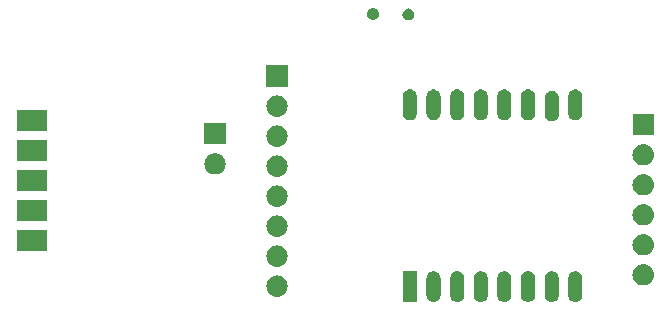
<source format=gbr>
G04 #@! TF.GenerationSoftware,KiCad,Pcbnew,5.0.1-33cea8e~66~ubuntu18.04.1*
G04 #@! TF.CreationDate,2019-09-26T22:02:42+09:00*
G04 #@! TF.ProjectId,minidenko,6D696E6964656E6B6F2E6B696361645F,rev?*
G04 #@! TF.SameCoordinates,Original*
G04 #@! TF.FileFunction,Soldermask,Bot*
G04 #@! TF.FilePolarity,Negative*
%FSLAX46Y46*%
G04 Gerber Fmt 4.6, Leading zero omitted, Abs format (unit mm)*
G04 Created by KiCad (PCBNEW 5.0.1-33cea8e~66~ubuntu18.04.1) date 2019年09月26日 22時02分42秒*
%MOMM*%
%LPD*%
G01*
G04 APERTURE LIST*
%ADD10C,0.100000*%
G04 APERTURE END LIST*
D10*
G36*
X97867817Y-48407696D02*
X97981104Y-48442062D01*
X98085512Y-48497869D01*
X98116591Y-48523375D01*
X98177027Y-48572973D01*
X98240711Y-48650572D01*
X98252131Y-48664488D01*
X98307938Y-48768895D01*
X98342304Y-48882182D01*
X98351000Y-48970481D01*
X98351000Y-50429519D01*
X98342304Y-50517818D01*
X98307938Y-50631105D01*
X98252131Y-50735513D01*
X98177027Y-50827027D01*
X98085513Y-50902131D01*
X97981105Y-50957938D01*
X97867818Y-50992304D01*
X97750000Y-51003907D01*
X97632183Y-50992304D01*
X97518896Y-50957938D01*
X97414488Y-50902131D01*
X97322974Y-50827027D01*
X97247870Y-50735513D01*
X97192063Y-50631105D01*
X97157697Y-50517818D01*
X97149001Y-50429519D01*
X97149000Y-48970482D01*
X97157696Y-48882183D01*
X97192062Y-48768896D01*
X97247869Y-48664488D01*
X97289120Y-48614224D01*
X97322973Y-48572973D01*
X97414487Y-48497870D01*
X97414486Y-48497870D01*
X97414488Y-48497869D01*
X97518895Y-48442062D01*
X97632182Y-48407696D01*
X97750000Y-48396093D01*
X97867817Y-48407696D01*
X97867817Y-48407696D01*
G37*
G36*
X85867817Y-48407696D02*
X85981104Y-48442062D01*
X86085512Y-48497869D01*
X86116591Y-48523375D01*
X86177027Y-48572973D01*
X86240711Y-48650572D01*
X86252131Y-48664488D01*
X86307938Y-48768895D01*
X86342304Y-48882182D01*
X86351000Y-48970481D01*
X86351000Y-50429519D01*
X86342304Y-50517818D01*
X86307938Y-50631105D01*
X86252131Y-50735513D01*
X86177027Y-50827027D01*
X86085513Y-50902131D01*
X85981105Y-50957938D01*
X85867818Y-50992304D01*
X85750000Y-51003907D01*
X85632183Y-50992304D01*
X85518896Y-50957938D01*
X85414488Y-50902131D01*
X85322974Y-50827027D01*
X85247870Y-50735513D01*
X85192063Y-50631105D01*
X85157697Y-50517818D01*
X85149001Y-50429519D01*
X85149000Y-48970482D01*
X85157696Y-48882183D01*
X85192062Y-48768896D01*
X85247869Y-48664488D01*
X85289120Y-48614224D01*
X85322973Y-48572973D01*
X85414487Y-48497870D01*
X85414486Y-48497870D01*
X85414488Y-48497869D01*
X85518895Y-48442062D01*
X85632182Y-48407696D01*
X85750000Y-48396093D01*
X85867817Y-48407696D01*
X85867817Y-48407696D01*
G37*
G36*
X87867817Y-48407696D02*
X87981104Y-48442062D01*
X88085512Y-48497869D01*
X88116591Y-48523375D01*
X88177027Y-48572973D01*
X88240711Y-48650572D01*
X88252131Y-48664488D01*
X88307938Y-48768895D01*
X88342304Y-48882182D01*
X88351000Y-48970481D01*
X88351000Y-50429519D01*
X88342304Y-50517818D01*
X88307938Y-50631105D01*
X88252131Y-50735513D01*
X88177027Y-50827027D01*
X88085513Y-50902131D01*
X87981105Y-50957938D01*
X87867818Y-50992304D01*
X87750000Y-51003907D01*
X87632183Y-50992304D01*
X87518896Y-50957938D01*
X87414488Y-50902131D01*
X87322974Y-50827027D01*
X87247870Y-50735513D01*
X87192063Y-50631105D01*
X87157697Y-50517818D01*
X87149001Y-50429519D01*
X87149000Y-48970482D01*
X87157696Y-48882183D01*
X87192062Y-48768896D01*
X87247869Y-48664488D01*
X87289120Y-48614224D01*
X87322973Y-48572973D01*
X87414487Y-48497870D01*
X87414486Y-48497870D01*
X87414488Y-48497869D01*
X87518895Y-48442062D01*
X87632182Y-48407696D01*
X87750000Y-48396093D01*
X87867817Y-48407696D01*
X87867817Y-48407696D01*
G37*
G36*
X89867817Y-48407696D02*
X89981104Y-48442062D01*
X90085512Y-48497869D01*
X90116591Y-48523375D01*
X90177027Y-48572973D01*
X90240711Y-48650572D01*
X90252131Y-48664488D01*
X90307938Y-48768895D01*
X90342304Y-48882182D01*
X90351000Y-48970481D01*
X90351000Y-50429519D01*
X90342304Y-50517818D01*
X90307938Y-50631105D01*
X90252131Y-50735513D01*
X90177027Y-50827027D01*
X90085513Y-50902131D01*
X89981105Y-50957938D01*
X89867818Y-50992304D01*
X89750000Y-51003907D01*
X89632183Y-50992304D01*
X89518896Y-50957938D01*
X89414488Y-50902131D01*
X89322974Y-50827027D01*
X89247870Y-50735513D01*
X89192063Y-50631105D01*
X89157697Y-50517818D01*
X89149001Y-50429519D01*
X89149000Y-48970482D01*
X89157696Y-48882183D01*
X89192062Y-48768896D01*
X89247869Y-48664488D01*
X89289120Y-48614224D01*
X89322973Y-48572973D01*
X89414487Y-48497870D01*
X89414486Y-48497870D01*
X89414488Y-48497869D01*
X89518895Y-48442062D01*
X89632182Y-48407696D01*
X89750000Y-48396093D01*
X89867817Y-48407696D01*
X89867817Y-48407696D01*
G37*
G36*
X91867817Y-48407696D02*
X91981104Y-48442062D01*
X92085512Y-48497869D01*
X92116591Y-48523375D01*
X92177027Y-48572973D01*
X92240711Y-48650572D01*
X92252131Y-48664488D01*
X92307938Y-48768895D01*
X92342304Y-48882182D01*
X92351000Y-48970481D01*
X92351000Y-50429519D01*
X92342304Y-50517818D01*
X92307938Y-50631105D01*
X92252131Y-50735513D01*
X92177027Y-50827027D01*
X92085513Y-50902131D01*
X91981105Y-50957938D01*
X91867818Y-50992304D01*
X91750000Y-51003907D01*
X91632183Y-50992304D01*
X91518896Y-50957938D01*
X91414488Y-50902131D01*
X91322974Y-50827027D01*
X91247870Y-50735513D01*
X91192063Y-50631105D01*
X91157697Y-50517818D01*
X91149001Y-50429519D01*
X91149000Y-48970482D01*
X91157696Y-48882183D01*
X91192062Y-48768896D01*
X91247869Y-48664488D01*
X91289120Y-48614224D01*
X91322973Y-48572973D01*
X91414487Y-48497870D01*
X91414486Y-48497870D01*
X91414488Y-48497869D01*
X91518895Y-48442062D01*
X91632182Y-48407696D01*
X91750000Y-48396093D01*
X91867817Y-48407696D01*
X91867817Y-48407696D01*
G37*
G36*
X93867817Y-48407696D02*
X93981104Y-48442062D01*
X94085512Y-48497869D01*
X94116591Y-48523375D01*
X94177027Y-48572973D01*
X94240711Y-48650572D01*
X94252131Y-48664488D01*
X94307938Y-48768895D01*
X94342304Y-48882182D01*
X94351000Y-48970481D01*
X94351000Y-50429519D01*
X94342304Y-50517818D01*
X94307938Y-50631105D01*
X94252131Y-50735513D01*
X94177027Y-50827027D01*
X94085513Y-50902131D01*
X93981105Y-50957938D01*
X93867818Y-50992304D01*
X93750000Y-51003907D01*
X93632183Y-50992304D01*
X93518896Y-50957938D01*
X93414488Y-50902131D01*
X93322974Y-50827027D01*
X93247870Y-50735513D01*
X93192063Y-50631105D01*
X93157697Y-50517818D01*
X93149001Y-50429519D01*
X93149000Y-48970482D01*
X93157696Y-48882183D01*
X93192062Y-48768896D01*
X93247869Y-48664488D01*
X93289120Y-48614224D01*
X93322973Y-48572973D01*
X93414487Y-48497870D01*
X93414486Y-48497870D01*
X93414488Y-48497869D01*
X93518895Y-48442062D01*
X93632182Y-48407696D01*
X93750000Y-48396093D01*
X93867817Y-48407696D01*
X93867817Y-48407696D01*
G37*
G36*
X95867817Y-48407696D02*
X95981104Y-48442062D01*
X96085512Y-48497869D01*
X96116591Y-48523375D01*
X96177027Y-48572973D01*
X96240711Y-48650572D01*
X96252131Y-48664488D01*
X96307938Y-48768895D01*
X96342304Y-48882182D01*
X96351000Y-48970481D01*
X96351000Y-50429519D01*
X96342304Y-50517818D01*
X96307938Y-50631105D01*
X96252131Y-50735513D01*
X96177027Y-50827027D01*
X96085513Y-50902131D01*
X95981105Y-50957938D01*
X95867818Y-50992304D01*
X95750000Y-51003907D01*
X95632183Y-50992304D01*
X95518896Y-50957938D01*
X95414488Y-50902131D01*
X95322974Y-50827027D01*
X95247870Y-50735513D01*
X95192063Y-50631105D01*
X95157697Y-50517818D01*
X95149001Y-50429519D01*
X95149000Y-48970482D01*
X95157696Y-48882183D01*
X95192062Y-48768896D01*
X95247869Y-48664488D01*
X95289120Y-48614224D01*
X95322973Y-48572973D01*
X95414487Y-48497870D01*
X95414486Y-48497870D01*
X95414488Y-48497869D01*
X95518895Y-48442062D01*
X95632182Y-48407696D01*
X95750000Y-48396093D01*
X95867817Y-48407696D01*
X95867817Y-48407696D01*
G37*
G36*
X84351000Y-51001000D02*
X83149000Y-51001000D01*
X83149000Y-48399000D01*
X84351000Y-48399000D01*
X84351000Y-51001000D01*
X84351000Y-51001000D01*
G37*
G36*
X72610442Y-48760518D02*
X72676627Y-48767037D01*
X72789853Y-48801384D01*
X72846467Y-48818557D01*
X72965499Y-48882182D01*
X73002991Y-48902222D01*
X73038729Y-48931552D01*
X73140186Y-49014814D01*
X73223448Y-49116271D01*
X73252778Y-49152009D01*
X73252779Y-49152011D01*
X73336443Y-49308533D01*
X73336443Y-49308534D01*
X73387963Y-49478373D01*
X73405359Y-49655000D01*
X73387963Y-49831627D01*
X73353616Y-49944853D01*
X73336443Y-50001467D01*
X73262348Y-50140087D01*
X73252778Y-50157991D01*
X73223448Y-50193729D01*
X73140186Y-50295186D01*
X73038729Y-50378448D01*
X73002991Y-50407778D01*
X73002989Y-50407779D01*
X72846467Y-50491443D01*
X72789853Y-50508616D01*
X72676627Y-50542963D01*
X72610442Y-50549482D01*
X72544260Y-50556000D01*
X72455740Y-50556000D01*
X72389558Y-50549482D01*
X72323373Y-50542963D01*
X72210147Y-50508616D01*
X72153533Y-50491443D01*
X71997011Y-50407779D01*
X71997009Y-50407778D01*
X71961271Y-50378448D01*
X71859814Y-50295186D01*
X71776552Y-50193729D01*
X71747222Y-50157991D01*
X71737652Y-50140087D01*
X71663557Y-50001467D01*
X71646384Y-49944853D01*
X71612037Y-49831627D01*
X71594641Y-49655000D01*
X71612037Y-49478373D01*
X71663557Y-49308534D01*
X71663557Y-49308533D01*
X71747221Y-49152011D01*
X71747222Y-49152009D01*
X71776552Y-49116271D01*
X71859814Y-49014814D01*
X71961271Y-48931552D01*
X71997009Y-48902222D01*
X72034501Y-48882182D01*
X72153533Y-48818557D01*
X72210147Y-48801384D01*
X72323373Y-48767037D01*
X72389558Y-48760518D01*
X72455740Y-48754000D01*
X72544260Y-48754000D01*
X72610442Y-48760518D01*
X72610442Y-48760518D01*
G37*
G36*
X103610443Y-47805519D02*
X103676627Y-47812037D01*
X103789853Y-47846384D01*
X103846467Y-47863557D01*
X103985087Y-47937652D01*
X104002991Y-47947222D01*
X104008134Y-47951443D01*
X104140186Y-48059814D01*
X104223448Y-48161271D01*
X104252778Y-48197009D01*
X104252779Y-48197011D01*
X104336443Y-48353533D01*
X104336443Y-48353534D01*
X104387963Y-48523373D01*
X104405359Y-48700000D01*
X104387963Y-48876627D01*
X104359491Y-48970486D01*
X104336443Y-49046467D01*
X104280029Y-49152009D01*
X104252778Y-49202991D01*
X104223448Y-49238729D01*
X104140186Y-49340186D01*
X104038729Y-49423448D01*
X104002991Y-49452778D01*
X104002989Y-49452779D01*
X103846467Y-49536443D01*
X103789853Y-49553616D01*
X103676627Y-49587963D01*
X103610443Y-49594481D01*
X103544260Y-49601000D01*
X103455740Y-49601000D01*
X103389557Y-49594481D01*
X103323373Y-49587963D01*
X103210147Y-49553616D01*
X103153533Y-49536443D01*
X102997011Y-49452779D01*
X102997009Y-49452778D01*
X102961271Y-49423448D01*
X102859814Y-49340186D01*
X102776552Y-49238729D01*
X102747222Y-49202991D01*
X102719971Y-49152009D01*
X102663557Y-49046467D01*
X102640509Y-48970486D01*
X102612037Y-48876627D01*
X102594641Y-48700000D01*
X102612037Y-48523373D01*
X102663557Y-48353534D01*
X102663557Y-48353533D01*
X102747221Y-48197011D01*
X102747222Y-48197009D01*
X102776552Y-48161271D01*
X102859814Y-48059814D01*
X102991866Y-47951443D01*
X102997009Y-47947222D01*
X103014913Y-47937652D01*
X103153533Y-47863557D01*
X103210147Y-47846384D01*
X103323373Y-47812037D01*
X103389558Y-47805518D01*
X103455740Y-47799000D01*
X103544260Y-47799000D01*
X103610443Y-47805519D01*
X103610443Y-47805519D01*
G37*
G36*
X72610443Y-46220519D02*
X72676627Y-46227037D01*
X72789853Y-46261384D01*
X72846467Y-46278557D01*
X72985087Y-46352652D01*
X73002991Y-46362222D01*
X73038729Y-46391552D01*
X73140186Y-46474814D01*
X73223448Y-46576271D01*
X73252778Y-46612009D01*
X73252779Y-46612011D01*
X73336443Y-46768533D01*
X73336443Y-46768534D01*
X73387963Y-46938373D01*
X73405359Y-47115000D01*
X73387963Y-47291627D01*
X73353616Y-47404853D01*
X73336443Y-47461467D01*
X73262348Y-47600087D01*
X73252778Y-47617991D01*
X73223448Y-47653729D01*
X73140186Y-47755186D01*
X73038729Y-47838448D01*
X73002991Y-47867778D01*
X73002989Y-47867779D01*
X72846467Y-47951443D01*
X72789853Y-47968616D01*
X72676627Y-48002963D01*
X72610442Y-48009482D01*
X72544260Y-48016000D01*
X72455740Y-48016000D01*
X72389558Y-48009482D01*
X72323373Y-48002963D01*
X72210147Y-47968616D01*
X72153533Y-47951443D01*
X71997011Y-47867779D01*
X71997009Y-47867778D01*
X71961271Y-47838448D01*
X71859814Y-47755186D01*
X71776552Y-47653729D01*
X71747222Y-47617991D01*
X71737652Y-47600087D01*
X71663557Y-47461467D01*
X71646384Y-47404853D01*
X71612037Y-47291627D01*
X71594641Y-47115000D01*
X71612037Y-46938373D01*
X71663557Y-46768534D01*
X71663557Y-46768533D01*
X71747221Y-46612011D01*
X71747222Y-46612009D01*
X71776552Y-46576271D01*
X71859814Y-46474814D01*
X71961271Y-46391552D01*
X71997009Y-46362222D01*
X72014913Y-46352652D01*
X72153533Y-46278557D01*
X72210147Y-46261384D01*
X72323373Y-46227037D01*
X72389558Y-46220518D01*
X72455740Y-46214000D01*
X72544260Y-46214000D01*
X72610443Y-46220519D01*
X72610443Y-46220519D01*
G37*
G36*
X103610443Y-45265519D02*
X103676627Y-45272037D01*
X103789853Y-45306384D01*
X103846467Y-45323557D01*
X103985087Y-45397652D01*
X104002991Y-45407222D01*
X104008134Y-45411443D01*
X104140186Y-45519814D01*
X104223448Y-45621271D01*
X104252778Y-45657009D01*
X104252779Y-45657011D01*
X104336443Y-45813533D01*
X104336443Y-45813534D01*
X104387963Y-45983373D01*
X104405359Y-46160000D01*
X104387963Y-46336627D01*
X104353616Y-46449853D01*
X104336443Y-46506467D01*
X104280029Y-46612009D01*
X104252778Y-46662991D01*
X104223448Y-46698729D01*
X104140186Y-46800186D01*
X104038729Y-46883448D01*
X104002991Y-46912778D01*
X104002989Y-46912779D01*
X103846467Y-46996443D01*
X103789853Y-47013616D01*
X103676627Y-47047963D01*
X103610442Y-47054482D01*
X103544260Y-47061000D01*
X103455740Y-47061000D01*
X103389557Y-47054481D01*
X103323373Y-47047963D01*
X103210147Y-47013616D01*
X103153533Y-46996443D01*
X102997011Y-46912779D01*
X102997009Y-46912778D01*
X102961271Y-46883448D01*
X102859814Y-46800186D01*
X102776552Y-46698729D01*
X102747222Y-46662991D01*
X102719971Y-46612009D01*
X102663557Y-46506467D01*
X102646384Y-46449853D01*
X102612037Y-46336627D01*
X102594641Y-46160000D01*
X102612037Y-45983373D01*
X102663557Y-45813534D01*
X102663557Y-45813533D01*
X102747221Y-45657011D01*
X102747222Y-45657009D01*
X102776552Y-45621271D01*
X102859814Y-45519814D01*
X102991866Y-45411443D01*
X102997009Y-45407222D01*
X103014913Y-45397652D01*
X103153533Y-45323557D01*
X103210147Y-45306384D01*
X103323373Y-45272037D01*
X103389557Y-45265519D01*
X103455740Y-45259000D01*
X103544260Y-45259000D01*
X103610443Y-45265519D01*
X103610443Y-45265519D01*
G37*
G36*
X53051000Y-46726000D02*
X50449000Y-46726000D01*
X50449000Y-44924000D01*
X53051000Y-44924000D01*
X53051000Y-46726000D01*
X53051000Y-46726000D01*
G37*
G36*
X72610442Y-43680518D02*
X72676627Y-43687037D01*
X72789853Y-43721384D01*
X72846467Y-43738557D01*
X72985087Y-43812652D01*
X73002991Y-43822222D01*
X73038729Y-43851552D01*
X73140186Y-43934814D01*
X73223448Y-44036271D01*
X73252778Y-44072009D01*
X73252779Y-44072011D01*
X73336443Y-44228533D01*
X73336443Y-44228534D01*
X73387963Y-44398373D01*
X73405359Y-44575000D01*
X73387963Y-44751627D01*
X73353616Y-44864853D01*
X73336443Y-44921467D01*
X73335089Y-44924000D01*
X73252778Y-45077991D01*
X73223448Y-45113729D01*
X73140186Y-45215186D01*
X73038729Y-45298448D01*
X73002991Y-45327778D01*
X73002989Y-45327779D01*
X72846467Y-45411443D01*
X72789853Y-45428616D01*
X72676627Y-45462963D01*
X72610442Y-45469482D01*
X72544260Y-45476000D01*
X72455740Y-45476000D01*
X72389558Y-45469482D01*
X72323373Y-45462963D01*
X72210147Y-45428616D01*
X72153533Y-45411443D01*
X71997011Y-45327779D01*
X71997009Y-45327778D01*
X71961271Y-45298448D01*
X71859814Y-45215186D01*
X71776552Y-45113729D01*
X71747222Y-45077991D01*
X71664911Y-44924000D01*
X71663557Y-44921467D01*
X71646384Y-44864853D01*
X71612037Y-44751627D01*
X71594641Y-44575000D01*
X71612037Y-44398373D01*
X71663557Y-44228534D01*
X71663557Y-44228533D01*
X71747221Y-44072011D01*
X71747222Y-44072009D01*
X71776552Y-44036271D01*
X71859814Y-43934814D01*
X71961271Y-43851552D01*
X71997009Y-43822222D01*
X72014913Y-43812652D01*
X72153533Y-43738557D01*
X72210147Y-43721384D01*
X72323373Y-43687037D01*
X72389558Y-43680518D01*
X72455740Y-43674000D01*
X72544260Y-43674000D01*
X72610442Y-43680518D01*
X72610442Y-43680518D01*
G37*
G36*
X103610443Y-42725519D02*
X103676627Y-42732037D01*
X103789853Y-42766384D01*
X103846467Y-42783557D01*
X103985087Y-42857652D01*
X104002991Y-42867222D01*
X104008134Y-42871443D01*
X104140186Y-42979814D01*
X104223448Y-43081271D01*
X104252778Y-43117009D01*
X104252779Y-43117011D01*
X104336443Y-43273533D01*
X104336443Y-43273534D01*
X104387963Y-43443373D01*
X104405359Y-43620000D01*
X104387963Y-43796627D01*
X104353616Y-43909853D01*
X104336443Y-43966467D01*
X104280029Y-44072009D01*
X104252778Y-44122991D01*
X104223448Y-44158729D01*
X104140186Y-44260186D01*
X104038729Y-44343448D01*
X104002991Y-44372778D01*
X104002989Y-44372779D01*
X103846467Y-44456443D01*
X103789853Y-44473616D01*
X103676627Y-44507963D01*
X103610443Y-44514481D01*
X103544260Y-44521000D01*
X103455740Y-44521000D01*
X103389557Y-44514481D01*
X103323373Y-44507963D01*
X103210147Y-44473616D01*
X103153533Y-44456443D01*
X102997011Y-44372779D01*
X102997009Y-44372778D01*
X102961271Y-44343448D01*
X102859814Y-44260186D01*
X102776552Y-44158729D01*
X102747222Y-44122991D01*
X102719971Y-44072009D01*
X102663557Y-43966467D01*
X102646384Y-43909853D01*
X102612037Y-43796627D01*
X102594641Y-43620000D01*
X102612037Y-43443373D01*
X102663557Y-43273534D01*
X102663557Y-43273533D01*
X102747221Y-43117011D01*
X102747222Y-43117009D01*
X102776552Y-43081271D01*
X102859814Y-42979814D01*
X102991866Y-42871443D01*
X102997009Y-42867222D01*
X103014913Y-42857652D01*
X103153533Y-42783557D01*
X103210147Y-42766384D01*
X103323373Y-42732037D01*
X103389557Y-42725519D01*
X103455740Y-42719000D01*
X103544260Y-42719000D01*
X103610443Y-42725519D01*
X103610443Y-42725519D01*
G37*
G36*
X53051000Y-44186000D02*
X50449000Y-44186000D01*
X50449000Y-42384000D01*
X53051000Y-42384000D01*
X53051000Y-44186000D01*
X53051000Y-44186000D01*
G37*
G36*
X72610443Y-41140519D02*
X72676627Y-41147037D01*
X72789853Y-41181384D01*
X72846467Y-41198557D01*
X72985087Y-41272652D01*
X73002991Y-41282222D01*
X73038729Y-41311552D01*
X73140186Y-41394814D01*
X73223448Y-41496271D01*
X73252778Y-41532009D01*
X73252779Y-41532011D01*
X73336443Y-41688533D01*
X73336443Y-41688534D01*
X73387963Y-41858373D01*
X73405359Y-42035000D01*
X73387963Y-42211627D01*
X73353616Y-42324853D01*
X73336443Y-42381467D01*
X73335089Y-42384000D01*
X73252778Y-42537991D01*
X73223448Y-42573729D01*
X73140186Y-42675186D01*
X73038729Y-42758448D01*
X73002991Y-42787778D01*
X73002989Y-42787779D01*
X72846467Y-42871443D01*
X72789853Y-42888616D01*
X72676627Y-42922963D01*
X72610443Y-42929481D01*
X72544260Y-42936000D01*
X72455740Y-42936000D01*
X72389557Y-42929481D01*
X72323373Y-42922963D01*
X72210147Y-42888616D01*
X72153533Y-42871443D01*
X71997011Y-42787779D01*
X71997009Y-42787778D01*
X71961271Y-42758448D01*
X71859814Y-42675186D01*
X71776552Y-42573729D01*
X71747222Y-42537991D01*
X71664911Y-42384000D01*
X71663557Y-42381467D01*
X71646384Y-42324853D01*
X71612037Y-42211627D01*
X71594641Y-42035000D01*
X71612037Y-41858373D01*
X71663557Y-41688534D01*
X71663557Y-41688533D01*
X71747221Y-41532011D01*
X71747222Y-41532009D01*
X71776552Y-41496271D01*
X71859814Y-41394814D01*
X71961271Y-41311552D01*
X71997009Y-41282222D01*
X72014913Y-41272652D01*
X72153533Y-41198557D01*
X72210147Y-41181384D01*
X72323373Y-41147037D01*
X72389557Y-41140519D01*
X72455740Y-41134000D01*
X72544260Y-41134000D01*
X72610443Y-41140519D01*
X72610443Y-41140519D01*
G37*
G36*
X103610442Y-40185518D02*
X103676627Y-40192037D01*
X103789853Y-40226384D01*
X103846467Y-40243557D01*
X103985087Y-40317652D01*
X104002991Y-40327222D01*
X104008134Y-40331443D01*
X104140186Y-40439814D01*
X104223448Y-40541271D01*
X104252778Y-40577009D01*
X104252779Y-40577011D01*
X104336443Y-40733533D01*
X104336443Y-40733534D01*
X104387963Y-40903373D01*
X104405359Y-41080000D01*
X104387963Y-41256627D01*
X104353616Y-41369853D01*
X104336443Y-41426467D01*
X104280029Y-41532009D01*
X104252778Y-41582991D01*
X104223448Y-41618729D01*
X104140186Y-41720186D01*
X104038729Y-41803448D01*
X104002991Y-41832778D01*
X104002989Y-41832779D01*
X103846467Y-41916443D01*
X103789853Y-41933616D01*
X103676627Y-41967963D01*
X103610443Y-41974481D01*
X103544260Y-41981000D01*
X103455740Y-41981000D01*
X103389557Y-41974481D01*
X103323373Y-41967963D01*
X103210147Y-41933616D01*
X103153533Y-41916443D01*
X102997011Y-41832779D01*
X102997009Y-41832778D01*
X102961271Y-41803448D01*
X102859814Y-41720186D01*
X102776552Y-41618729D01*
X102747222Y-41582991D01*
X102719971Y-41532009D01*
X102663557Y-41426467D01*
X102646384Y-41369853D01*
X102612037Y-41256627D01*
X102594641Y-41080000D01*
X102612037Y-40903373D01*
X102663557Y-40733534D01*
X102663557Y-40733533D01*
X102747221Y-40577011D01*
X102747222Y-40577009D01*
X102776552Y-40541271D01*
X102859814Y-40439814D01*
X102991866Y-40331443D01*
X102997009Y-40327222D01*
X103014913Y-40317652D01*
X103153533Y-40243557D01*
X103210147Y-40226384D01*
X103323373Y-40192037D01*
X103389558Y-40185518D01*
X103455740Y-40179000D01*
X103544260Y-40179000D01*
X103610442Y-40185518D01*
X103610442Y-40185518D01*
G37*
G36*
X53051000Y-41646000D02*
X50449000Y-41646000D01*
X50449000Y-39844000D01*
X53051000Y-39844000D01*
X53051000Y-41646000D01*
X53051000Y-41646000D01*
G37*
G36*
X72610442Y-38600518D02*
X72676627Y-38607037D01*
X72789853Y-38641384D01*
X72846467Y-38658557D01*
X72985087Y-38732652D01*
X73002991Y-38742222D01*
X73038729Y-38771552D01*
X73140186Y-38854814D01*
X73223448Y-38956271D01*
X73252778Y-38992009D01*
X73252779Y-38992011D01*
X73336443Y-39148533D01*
X73336443Y-39148534D01*
X73387963Y-39318373D01*
X73405359Y-39495000D01*
X73387963Y-39671627D01*
X73353616Y-39784853D01*
X73336443Y-39841467D01*
X73289021Y-39930186D01*
X73252778Y-39997991D01*
X73223448Y-40033729D01*
X73140186Y-40135186D01*
X73038729Y-40218448D01*
X73002991Y-40247778D01*
X73002989Y-40247779D01*
X72846467Y-40331443D01*
X72789853Y-40348616D01*
X72676627Y-40382963D01*
X72610442Y-40389482D01*
X72544260Y-40396000D01*
X72455740Y-40396000D01*
X72389558Y-40389482D01*
X72323373Y-40382963D01*
X72210147Y-40348616D01*
X72153533Y-40331443D01*
X71997011Y-40247779D01*
X71997009Y-40247778D01*
X71961271Y-40218448D01*
X71859814Y-40135186D01*
X71776552Y-40033729D01*
X71747222Y-39997991D01*
X71710979Y-39930186D01*
X71663557Y-39841467D01*
X71646384Y-39784853D01*
X71612037Y-39671627D01*
X71594641Y-39495000D01*
X71612037Y-39318373D01*
X71663557Y-39148534D01*
X71663557Y-39148533D01*
X71747221Y-38992011D01*
X71747222Y-38992009D01*
X71776552Y-38956271D01*
X71859814Y-38854814D01*
X71961271Y-38771552D01*
X71997009Y-38742222D01*
X72014913Y-38732652D01*
X72153533Y-38658557D01*
X72210147Y-38641384D01*
X72323373Y-38607037D01*
X72389558Y-38600518D01*
X72455740Y-38594000D01*
X72544260Y-38594000D01*
X72610442Y-38600518D01*
X72610442Y-38600518D01*
G37*
G36*
X67360442Y-38395518D02*
X67426627Y-38402037D01*
X67539853Y-38436384D01*
X67596467Y-38453557D01*
X67735087Y-38527652D01*
X67752991Y-38537222D01*
X67788729Y-38566552D01*
X67890186Y-38649814D01*
X67945017Y-38716627D01*
X68002778Y-38787009D01*
X68002779Y-38787011D01*
X68086443Y-38943533D01*
X68086443Y-38943534D01*
X68137963Y-39113373D01*
X68155359Y-39290000D01*
X68137963Y-39466627D01*
X68129356Y-39495000D01*
X68086443Y-39636467D01*
X68067650Y-39671625D01*
X68002778Y-39792991D01*
X67973448Y-39828729D01*
X67890186Y-39930186D01*
X67807564Y-39997991D01*
X67752991Y-40042778D01*
X67752989Y-40042779D01*
X67596467Y-40126443D01*
X67539853Y-40143616D01*
X67426627Y-40177963D01*
X67360443Y-40184481D01*
X67294260Y-40191000D01*
X67205740Y-40191000D01*
X67139557Y-40184481D01*
X67073373Y-40177963D01*
X66960147Y-40143616D01*
X66903533Y-40126443D01*
X66747011Y-40042779D01*
X66747009Y-40042778D01*
X66692436Y-39997991D01*
X66609814Y-39930186D01*
X66526552Y-39828729D01*
X66497222Y-39792991D01*
X66432350Y-39671625D01*
X66413557Y-39636467D01*
X66370644Y-39495000D01*
X66362037Y-39466627D01*
X66344641Y-39290000D01*
X66362037Y-39113373D01*
X66413557Y-38943534D01*
X66413557Y-38943533D01*
X66497221Y-38787011D01*
X66497222Y-38787009D01*
X66554983Y-38716627D01*
X66609814Y-38649814D01*
X66711271Y-38566552D01*
X66747009Y-38537222D01*
X66764913Y-38527652D01*
X66903533Y-38453557D01*
X66960147Y-38436384D01*
X67073373Y-38402037D01*
X67139558Y-38395518D01*
X67205740Y-38389000D01*
X67294260Y-38389000D01*
X67360442Y-38395518D01*
X67360442Y-38395518D01*
G37*
G36*
X103610443Y-37645519D02*
X103676627Y-37652037D01*
X103789853Y-37686384D01*
X103846467Y-37703557D01*
X103985087Y-37777652D01*
X104002991Y-37787222D01*
X104008134Y-37791443D01*
X104140186Y-37899814D01*
X104223448Y-38001271D01*
X104252778Y-38037009D01*
X104252779Y-38037011D01*
X104336443Y-38193533D01*
X104336443Y-38193534D01*
X104387963Y-38363373D01*
X104405359Y-38540000D01*
X104387963Y-38716627D01*
X104366613Y-38787009D01*
X104336443Y-38886467D01*
X104280029Y-38992009D01*
X104252778Y-39042991D01*
X104223448Y-39078729D01*
X104140186Y-39180186D01*
X104038729Y-39263448D01*
X104002991Y-39292778D01*
X104002989Y-39292779D01*
X103846467Y-39376443D01*
X103789853Y-39393616D01*
X103676627Y-39427963D01*
X103610442Y-39434482D01*
X103544260Y-39441000D01*
X103455740Y-39441000D01*
X103389558Y-39434482D01*
X103323373Y-39427963D01*
X103210147Y-39393616D01*
X103153533Y-39376443D01*
X102997011Y-39292779D01*
X102997009Y-39292778D01*
X102961271Y-39263448D01*
X102859814Y-39180186D01*
X102776552Y-39078729D01*
X102747222Y-39042991D01*
X102719971Y-38992009D01*
X102663557Y-38886467D01*
X102633387Y-38787009D01*
X102612037Y-38716627D01*
X102594641Y-38540000D01*
X102612037Y-38363373D01*
X102663557Y-38193534D01*
X102663557Y-38193533D01*
X102747221Y-38037011D01*
X102747222Y-38037009D01*
X102776552Y-38001271D01*
X102859814Y-37899814D01*
X102991866Y-37791443D01*
X102997009Y-37787222D01*
X103014913Y-37777652D01*
X103153533Y-37703557D01*
X103210147Y-37686384D01*
X103323373Y-37652037D01*
X103389557Y-37645519D01*
X103455740Y-37639000D01*
X103544260Y-37639000D01*
X103610443Y-37645519D01*
X103610443Y-37645519D01*
G37*
G36*
X53051000Y-39106000D02*
X50449000Y-39106000D01*
X50449000Y-37304000D01*
X53051000Y-37304000D01*
X53051000Y-39106000D01*
X53051000Y-39106000D01*
G37*
G36*
X72610442Y-36060518D02*
X72676627Y-36067037D01*
X72789853Y-36101384D01*
X72846467Y-36118557D01*
X72985087Y-36192652D01*
X73002991Y-36202222D01*
X73038729Y-36231552D01*
X73140186Y-36314814D01*
X73223448Y-36416271D01*
X73252778Y-36452009D01*
X73252779Y-36452011D01*
X73336443Y-36608533D01*
X73336443Y-36608534D01*
X73387963Y-36778373D01*
X73405359Y-36955000D01*
X73387963Y-37131627D01*
X73353616Y-37244853D01*
X73336443Y-37301467D01*
X73335089Y-37304000D01*
X73252778Y-37457991D01*
X73223448Y-37493729D01*
X73140186Y-37595186D01*
X73038729Y-37678448D01*
X73002991Y-37707778D01*
X73002989Y-37707779D01*
X72846467Y-37791443D01*
X72789853Y-37808616D01*
X72676627Y-37842963D01*
X72610443Y-37849481D01*
X72544260Y-37856000D01*
X72455740Y-37856000D01*
X72389557Y-37849481D01*
X72323373Y-37842963D01*
X72210147Y-37808616D01*
X72153533Y-37791443D01*
X71997011Y-37707779D01*
X71997009Y-37707778D01*
X71961271Y-37678448D01*
X71859814Y-37595186D01*
X71776552Y-37493729D01*
X71747222Y-37457991D01*
X71664911Y-37304000D01*
X71663557Y-37301467D01*
X71646384Y-37244853D01*
X71612037Y-37131627D01*
X71594641Y-36955000D01*
X71612037Y-36778373D01*
X71663557Y-36608534D01*
X71663557Y-36608533D01*
X71747221Y-36452011D01*
X71747222Y-36452009D01*
X71776552Y-36416271D01*
X71859814Y-36314814D01*
X71961271Y-36231552D01*
X71997009Y-36202222D01*
X72014913Y-36192652D01*
X72153533Y-36118557D01*
X72210147Y-36101384D01*
X72323373Y-36067037D01*
X72389558Y-36060518D01*
X72455740Y-36054000D01*
X72544260Y-36054000D01*
X72610442Y-36060518D01*
X72610442Y-36060518D01*
G37*
G36*
X68151000Y-37651000D02*
X66349000Y-37651000D01*
X66349000Y-35849000D01*
X68151000Y-35849000D01*
X68151000Y-37651000D01*
X68151000Y-37651000D01*
G37*
G36*
X104401000Y-36901000D02*
X102599000Y-36901000D01*
X102599000Y-35099000D01*
X104401000Y-35099000D01*
X104401000Y-36901000D01*
X104401000Y-36901000D01*
G37*
G36*
X53051000Y-36566000D02*
X50449000Y-36566000D01*
X50449000Y-34764000D01*
X53051000Y-34764000D01*
X53051000Y-36566000D01*
X53051000Y-36566000D01*
G37*
G36*
X95867817Y-33107696D02*
X95981104Y-33142062D01*
X96085512Y-33197869D01*
X96135776Y-33239120D01*
X96177027Y-33272973D01*
X96240711Y-33350572D01*
X96252131Y-33364488D01*
X96307938Y-33468895D01*
X96342304Y-33582182D01*
X96351000Y-33670481D01*
X96351000Y-35129519D01*
X96342304Y-35217818D01*
X96307938Y-35331105D01*
X96252131Y-35435513D01*
X96177027Y-35527027D01*
X96085513Y-35602131D01*
X95981105Y-35657938D01*
X95867818Y-35692304D01*
X95750000Y-35703907D01*
X95632183Y-35692304D01*
X95518896Y-35657938D01*
X95414488Y-35602131D01*
X95322974Y-35527027D01*
X95247870Y-35435513D01*
X95192063Y-35331105D01*
X95157697Y-35217818D01*
X95149001Y-35129519D01*
X95149000Y-33670482D01*
X95157696Y-33582183D01*
X95192062Y-33468896D01*
X95247869Y-33364488D01*
X95289120Y-33314224D01*
X95322973Y-33272973D01*
X95414487Y-33197870D01*
X95414486Y-33197870D01*
X95414488Y-33197869D01*
X95518895Y-33142062D01*
X95632182Y-33107696D01*
X95750000Y-33096093D01*
X95867817Y-33107696D01*
X95867817Y-33107696D01*
G37*
G36*
X83867817Y-33007696D02*
X83981104Y-33042062D01*
X84085512Y-33097869D01*
X84135776Y-33139120D01*
X84177027Y-33172973D01*
X84197458Y-33197869D01*
X84252131Y-33264488D01*
X84307938Y-33368895D01*
X84342304Y-33482182D01*
X84351000Y-33570481D01*
X84351000Y-35029519D01*
X84342304Y-35117818D01*
X84307938Y-35231105D01*
X84252131Y-35335513D01*
X84177027Y-35427027D01*
X84085513Y-35502131D01*
X83981105Y-35557938D01*
X83867818Y-35592304D01*
X83750000Y-35603907D01*
X83632183Y-35592304D01*
X83518896Y-35557938D01*
X83414488Y-35502131D01*
X83322974Y-35427027D01*
X83247870Y-35335513D01*
X83192063Y-35231105D01*
X83157697Y-35117818D01*
X83149001Y-35029519D01*
X83149000Y-33570482D01*
X83157696Y-33482183D01*
X83192062Y-33368896D01*
X83247869Y-33264488D01*
X83302542Y-33197869D01*
X83322973Y-33172973D01*
X83414487Y-33097870D01*
X83414486Y-33097870D01*
X83414488Y-33097869D01*
X83518895Y-33042062D01*
X83632182Y-33007696D01*
X83750000Y-32996093D01*
X83867817Y-33007696D01*
X83867817Y-33007696D01*
G37*
G36*
X97867817Y-33007696D02*
X97981104Y-33042062D01*
X98085512Y-33097869D01*
X98135776Y-33139120D01*
X98177027Y-33172973D01*
X98197458Y-33197869D01*
X98252131Y-33264488D01*
X98307938Y-33368895D01*
X98342304Y-33482182D01*
X98351000Y-33570481D01*
X98351000Y-35029519D01*
X98342304Y-35117818D01*
X98307938Y-35231105D01*
X98252131Y-35335513D01*
X98177027Y-35427027D01*
X98085513Y-35502131D01*
X97981105Y-35557938D01*
X97867818Y-35592304D01*
X97750000Y-35603907D01*
X97632183Y-35592304D01*
X97518896Y-35557938D01*
X97414488Y-35502131D01*
X97322974Y-35427027D01*
X97247870Y-35335513D01*
X97192063Y-35231105D01*
X97157697Y-35117818D01*
X97149001Y-35029519D01*
X97149000Y-33570482D01*
X97157696Y-33482183D01*
X97192062Y-33368896D01*
X97247869Y-33264488D01*
X97302542Y-33197869D01*
X97322973Y-33172973D01*
X97414487Y-33097870D01*
X97414486Y-33097870D01*
X97414488Y-33097869D01*
X97518895Y-33042062D01*
X97632182Y-33007696D01*
X97750000Y-32996093D01*
X97867817Y-33007696D01*
X97867817Y-33007696D01*
G37*
G36*
X93867817Y-33007696D02*
X93981104Y-33042062D01*
X94085512Y-33097869D01*
X94135776Y-33139120D01*
X94177027Y-33172973D01*
X94197458Y-33197869D01*
X94252131Y-33264488D01*
X94307938Y-33368895D01*
X94342304Y-33482182D01*
X94351000Y-33570481D01*
X94351000Y-35029519D01*
X94342304Y-35117818D01*
X94307938Y-35231105D01*
X94252131Y-35335513D01*
X94177027Y-35427027D01*
X94085513Y-35502131D01*
X93981105Y-35557938D01*
X93867818Y-35592304D01*
X93750000Y-35603907D01*
X93632183Y-35592304D01*
X93518896Y-35557938D01*
X93414488Y-35502131D01*
X93322974Y-35427027D01*
X93247870Y-35335513D01*
X93192063Y-35231105D01*
X93157697Y-35117818D01*
X93149001Y-35029519D01*
X93149000Y-33570482D01*
X93157696Y-33482183D01*
X93192062Y-33368896D01*
X93247869Y-33264488D01*
X93302542Y-33197869D01*
X93322973Y-33172973D01*
X93414487Y-33097870D01*
X93414486Y-33097870D01*
X93414488Y-33097869D01*
X93518895Y-33042062D01*
X93632182Y-33007696D01*
X93750000Y-32996093D01*
X93867817Y-33007696D01*
X93867817Y-33007696D01*
G37*
G36*
X91867817Y-33007696D02*
X91981104Y-33042062D01*
X92085512Y-33097869D01*
X92135776Y-33139120D01*
X92177027Y-33172973D01*
X92197458Y-33197869D01*
X92252131Y-33264488D01*
X92307938Y-33368895D01*
X92342304Y-33482182D01*
X92351000Y-33570481D01*
X92351000Y-35029519D01*
X92342304Y-35117818D01*
X92307938Y-35231105D01*
X92252131Y-35335513D01*
X92177027Y-35427027D01*
X92085513Y-35502131D01*
X91981105Y-35557938D01*
X91867818Y-35592304D01*
X91750000Y-35603907D01*
X91632183Y-35592304D01*
X91518896Y-35557938D01*
X91414488Y-35502131D01*
X91322974Y-35427027D01*
X91247870Y-35335513D01*
X91192063Y-35231105D01*
X91157697Y-35117818D01*
X91149001Y-35029519D01*
X91149000Y-33570482D01*
X91157696Y-33482183D01*
X91192062Y-33368896D01*
X91247869Y-33264488D01*
X91302542Y-33197869D01*
X91322973Y-33172973D01*
X91414487Y-33097870D01*
X91414486Y-33097870D01*
X91414488Y-33097869D01*
X91518895Y-33042062D01*
X91632182Y-33007696D01*
X91750000Y-32996093D01*
X91867817Y-33007696D01*
X91867817Y-33007696D01*
G37*
G36*
X89867817Y-33007696D02*
X89981104Y-33042062D01*
X90085512Y-33097869D01*
X90135776Y-33139120D01*
X90177027Y-33172973D01*
X90197458Y-33197869D01*
X90252131Y-33264488D01*
X90307938Y-33368895D01*
X90342304Y-33482182D01*
X90351000Y-33570481D01*
X90351000Y-35029519D01*
X90342304Y-35117818D01*
X90307938Y-35231105D01*
X90252131Y-35335513D01*
X90177027Y-35427027D01*
X90085513Y-35502131D01*
X89981105Y-35557938D01*
X89867818Y-35592304D01*
X89750000Y-35603907D01*
X89632183Y-35592304D01*
X89518896Y-35557938D01*
X89414488Y-35502131D01*
X89322974Y-35427027D01*
X89247870Y-35335513D01*
X89192063Y-35231105D01*
X89157697Y-35117818D01*
X89149001Y-35029519D01*
X89149000Y-33570482D01*
X89157696Y-33482183D01*
X89192062Y-33368896D01*
X89247869Y-33264488D01*
X89302542Y-33197869D01*
X89322973Y-33172973D01*
X89414487Y-33097870D01*
X89414486Y-33097870D01*
X89414488Y-33097869D01*
X89518895Y-33042062D01*
X89632182Y-33007696D01*
X89750000Y-32996093D01*
X89867817Y-33007696D01*
X89867817Y-33007696D01*
G37*
G36*
X85867817Y-33007696D02*
X85981104Y-33042062D01*
X86085512Y-33097869D01*
X86135776Y-33139120D01*
X86177027Y-33172973D01*
X86197458Y-33197869D01*
X86252131Y-33264488D01*
X86307938Y-33368895D01*
X86342304Y-33482182D01*
X86351000Y-33570481D01*
X86351000Y-35029519D01*
X86342304Y-35117818D01*
X86307938Y-35231105D01*
X86252131Y-35335513D01*
X86177027Y-35427027D01*
X86085513Y-35502131D01*
X85981105Y-35557938D01*
X85867818Y-35592304D01*
X85750000Y-35603907D01*
X85632183Y-35592304D01*
X85518896Y-35557938D01*
X85414488Y-35502131D01*
X85322974Y-35427027D01*
X85247870Y-35335513D01*
X85192063Y-35231105D01*
X85157697Y-35117818D01*
X85149001Y-35029519D01*
X85149000Y-33570482D01*
X85157696Y-33482183D01*
X85192062Y-33368896D01*
X85247869Y-33264488D01*
X85302542Y-33197869D01*
X85322973Y-33172973D01*
X85414487Y-33097870D01*
X85414486Y-33097870D01*
X85414488Y-33097869D01*
X85518895Y-33042062D01*
X85632182Y-33007696D01*
X85750000Y-32996093D01*
X85867817Y-33007696D01*
X85867817Y-33007696D01*
G37*
G36*
X87867817Y-33007696D02*
X87981104Y-33042062D01*
X88085512Y-33097869D01*
X88135776Y-33139120D01*
X88177027Y-33172973D01*
X88197458Y-33197869D01*
X88252131Y-33264488D01*
X88307938Y-33368895D01*
X88342304Y-33482182D01*
X88351000Y-33570481D01*
X88351000Y-35029519D01*
X88342304Y-35117818D01*
X88307938Y-35231105D01*
X88252131Y-35335513D01*
X88177027Y-35427027D01*
X88085513Y-35502131D01*
X87981105Y-35557938D01*
X87867818Y-35592304D01*
X87750000Y-35603907D01*
X87632183Y-35592304D01*
X87518896Y-35557938D01*
X87414488Y-35502131D01*
X87322974Y-35427027D01*
X87247870Y-35335513D01*
X87192063Y-35231105D01*
X87157697Y-35117818D01*
X87149001Y-35029519D01*
X87149000Y-33570482D01*
X87157696Y-33482183D01*
X87192062Y-33368896D01*
X87247869Y-33264488D01*
X87302542Y-33197869D01*
X87322973Y-33172973D01*
X87414487Y-33097870D01*
X87414486Y-33097870D01*
X87414488Y-33097869D01*
X87518895Y-33042062D01*
X87632182Y-33007696D01*
X87750000Y-32996093D01*
X87867817Y-33007696D01*
X87867817Y-33007696D01*
G37*
G36*
X72610442Y-33520518D02*
X72676627Y-33527037D01*
X72789853Y-33561384D01*
X72846467Y-33578557D01*
X72985087Y-33652652D01*
X73002991Y-33662222D01*
X73038729Y-33691552D01*
X73140186Y-33774814D01*
X73223448Y-33876271D01*
X73252778Y-33912009D01*
X73252779Y-33912011D01*
X73336443Y-34068533D01*
X73336443Y-34068534D01*
X73387963Y-34238373D01*
X73405359Y-34415000D01*
X73387963Y-34591627D01*
X73353616Y-34704853D01*
X73336443Y-34761467D01*
X73335089Y-34764000D01*
X73252778Y-34917991D01*
X73223448Y-34953729D01*
X73140186Y-35055186D01*
X73038729Y-35138448D01*
X73002991Y-35167778D01*
X73002989Y-35167779D01*
X72846467Y-35251443D01*
X72789853Y-35268616D01*
X72676627Y-35302963D01*
X72610442Y-35309482D01*
X72544260Y-35316000D01*
X72455740Y-35316000D01*
X72389558Y-35309482D01*
X72323373Y-35302963D01*
X72210147Y-35268616D01*
X72153533Y-35251443D01*
X71997011Y-35167779D01*
X71997009Y-35167778D01*
X71961271Y-35138448D01*
X71859814Y-35055186D01*
X71776552Y-34953729D01*
X71747222Y-34917991D01*
X71664911Y-34764000D01*
X71663557Y-34761467D01*
X71646384Y-34704853D01*
X71612037Y-34591627D01*
X71594641Y-34415000D01*
X71612037Y-34238373D01*
X71663557Y-34068534D01*
X71663557Y-34068533D01*
X71747221Y-33912011D01*
X71747222Y-33912009D01*
X71776552Y-33876271D01*
X71859814Y-33774814D01*
X71961271Y-33691552D01*
X71997009Y-33662222D01*
X72014913Y-33652652D01*
X72153533Y-33578557D01*
X72210147Y-33561384D01*
X72323373Y-33527037D01*
X72389558Y-33520518D01*
X72455740Y-33514000D01*
X72544260Y-33514000D01*
X72610442Y-33520518D01*
X72610442Y-33520518D01*
G37*
G36*
X73401000Y-32776000D02*
X71599000Y-32776000D01*
X71599000Y-30974000D01*
X73401000Y-30974000D01*
X73401000Y-32776000D01*
X73401000Y-32776000D01*
G37*
G36*
X83771136Y-26168253D02*
X83862312Y-26206019D01*
X83944372Y-26260850D01*
X84014150Y-26330628D01*
X84068981Y-26412688D01*
X84106747Y-26503864D01*
X84126000Y-26600656D01*
X84126000Y-26699344D01*
X84106747Y-26796136D01*
X84068981Y-26887312D01*
X84014150Y-26969372D01*
X83944372Y-27039150D01*
X83862312Y-27093981D01*
X83771136Y-27131747D01*
X83674344Y-27151000D01*
X83575656Y-27151000D01*
X83478864Y-27131747D01*
X83387688Y-27093981D01*
X83305628Y-27039150D01*
X83235850Y-26969372D01*
X83181019Y-26887312D01*
X83143253Y-26796136D01*
X83124000Y-26699344D01*
X83124000Y-26600656D01*
X83143253Y-26503864D01*
X83181019Y-26412688D01*
X83235850Y-26330628D01*
X83305628Y-26260850D01*
X83387688Y-26206019D01*
X83478864Y-26168253D01*
X83575656Y-26149000D01*
X83674344Y-26149000D01*
X83771136Y-26168253D01*
X83771136Y-26168253D01*
G37*
G36*
X80771136Y-26118253D02*
X80862312Y-26156019D01*
X80944372Y-26210850D01*
X81014150Y-26280628D01*
X81068981Y-26362688D01*
X81106747Y-26453864D01*
X81126000Y-26550656D01*
X81126000Y-26649344D01*
X81106747Y-26746136D01*
X81068981Y-26837312D01*
X81014150Y-26919372D01*
X80944372Y-26989150D01*
X80862312Y-27043981D01*
X80771136Y-27081747D01*
X80674344Y-27101000D01*
X80575656Y-27101000D01*
X80478864Y-27081747D01*
X80387688Y-27043981D01*
X80305628Y-26989150D01*
X80235850Y-26919372D01*
X80181019Y-26837312D01*
X80143253Y-26746136D01*
X80124000Y-26649344D01*
X80124000Y-26550656D01*
X80143253Y-26453864D01*
X80181019Y-26362688D01*
X80235850Y-26280628D01*
X80305628Y-26210850D01*
X80387688Y-26156019D01*
X80478864Y-26118253D01*
X80575656Y-26099000D01*
X80674344Y-26099000D01*
X80771136Y-26118253D01*
X80771136Y-26118253D01*
G37*
M02*

</source>
